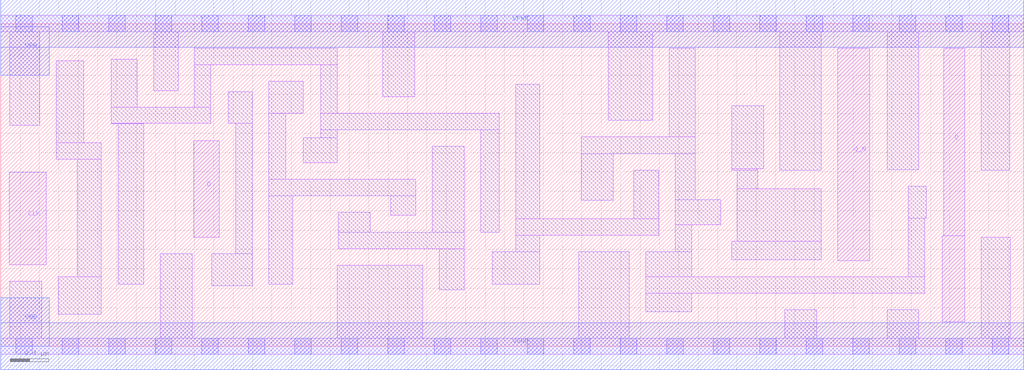
<source format=lef>
# Copyright 2020 The SkyWater PDK Authors
#
# Licensed under the Apache License, Version 2.0 (the "License");
# you may not use this file except in compliance with the License.
# You may obtain a copy of the License at
#
#     https://www.apache.org/licenses/LICENSE-2.0
#
# Unless required by applicable law or agreed to in writing, software
# distributed under the License is distributed on an "AS IS" BASIS,
# WITHOUT WARRANTIES OR CONDITIONS OF ANY KIND, either express or implied.
# See the License for the specific language governing permissions and
# limitations under the License.
#
# SPDX-License-Identifier: Apache-2.0

VERSION 5.5 ;
NAMESCASESENSITIVE ON ;
BUSBITCHARS "[]" ;
DIVIDERCHAR "/" ;
MACRO sky130_fd_sc_lp__dfxbp_2
  CLASS CORE ;
  SOURCE USER ;
  ORIGIN  0.000000  0.000000 ;
  SIZE  10.56000 BY  3.330000 ;
  SYMMETRY X Y R90 ;
  SITE unit ;
  PIN D
    ANTENNAGATEAREA  0.126000 ;
    DIRECTION INPUT ;
    USE SIGNAL ;
    PORT
      LAYER li1 ;
        RECT 1.995000 1.125000 2.255000 2.120000 ;
    END
  END D
  PIN Q
    ANTENNADIFFAREA  0.588000 ;
    DIRECTION OUTPUT ;
    USE SIGNAL ;
    PORT
      LAYER li1 ;
        RECT 9.720000 0.255000 9.955000 1.140000 ;
        RECT 9.735000 1.140000 9.955000 3.075000 ;
    END
  END Q
  PIN Q_N
    ANTENNADIFFAREA  0.588000 ;
    DIRECTION OUTPUT ;
    USE SIGNAL ;
    PORT
      LAYER li1 ;
        RECT 8.640000 0.885000 8.970000 3.075000 ;
    END
  END Q_N
  PIN CLK
    ANTENNAGATEAREA  0.159000 ;
    DIRECTION INPUT ;
    USE CLOCK ;
    PORT
      LAYER li1 ;
        RECT 0.090000 0.840000 0.470000 1.795000 ;
    END
  END CLK
  PIN VGND
    DIRECTION INOUT ;
    USE GROUND ;
    PORT
      LAYER met1 ;
        RECT 0.000000 -0.245000 10.560000 0.245000 ;
    END
  END VGND
  PIN VNB
    DIRECTION INOUT ;
    USE GROUND ;
    PORT
      LAYER met1 ;
        RECT 0.000000 0.000000 0.500000 0.500000 ;
    END
  END VNB
  PIN VPB
    DIRECTION INOUT ;
    USE POWER ;
    PORT
      LAYER met1 ;
        RECT 0.000000 2.800000 0.500000 3.300000 ;
    END
  END VPB
  PIN VPWR
    DIRECTION INOUT ;
    USE POWER ;
    PORT
      LAYER met1 ;
        RECT 0.000000 3.085000 10.560000 3.575000 ;
    END
  END VPWR
  OBS
    LAYER li1 ;
      RECT  0.000000 -0.085000 10.560000 0.085000 ;
      RECT  0.000000  3.245000 10.560000 3.415000 ;
      RECT  0.095000  0.085000  0.425000 0.670000 ;
      RECT  0.095000  2.280000  0.405000 3.245000 ;
      RECT  0.575000  1.930000  1.040000 2.100000 ;
      RECT  0.575000  2.100000  0.855000 2.950000 ;
      RECT  0.595000  0.330000  1.040000 0.720000 ;
      RECT  0.790000  0.720000  1.040000 1.930000 ;
      RECT  1.140000  2.295000  1.475000 2.300000 ;
      RECT  1.140000  2.300000  2.170000 2.470000 ;
      RECT  1.140000  2.470000  1.410000 2.965000 ;
      RECT  1.215000  0.640000  1.475000 2.295000 ;
      RECT  1.580000  2.640000  1.830000 3.245000 ;
      RECT  1.645000  0.085000  1.975000 0.955000 ;
      RECT  2.000000  2.470000  2.170000 2.905000 ;
      RECT  2.000000  2.905000  3.475000 3.075000 ;
      RECT  2.180000  0.625000  2.595000 0.955000 ;
      RECT  2.350000  2.300000  2.595000 2.630000 ;
      RECT  2.425000  0.955000  2.595000 2.300000 ;
      RECT  2.765000  0.640000  3.015000 1.555000 ;
      RECT  2.765000  1.555000  4.285000 1.725000 ;
      RECT  2.765000  1.725000  2.945000 2.405000 ;
      RECT  2.765000  2.405000  3.125000 2.735000 ;
      RECT  3.125000  1.895000  3.475000 2.155000 ;
      RECT  3.305000  2.155000  3.475000 2.235000 ;
      RECT  3.305000  2.235000  5.145000 2.405000 ;
      RECT  3.305000  2.405000  3.475000 2.905000 ;
      RECT  3.475000  0.085000  4.355000 0.835000 ;
      RECT  3.485000  1.005000  4.785000 1.175000 ;
      RECT  3.485000  1.175000  3.815000 1.385000 ;
      RECT  3.945000  2.575000  4.275000 3.245000 ;
      RECT  4.025000  1.355000  4.285000 1.555000 ;
      RECT  4.455000  1.175000  4.785000 2.065000 ;
      RECT  4.525000  0.585000  4.785000 1.005000 ;
      RECT  4.955000  1.175000  5.145000 2.235000 ;
      RECT  5.075000  0.640000  5.565000 0.975000 ;
      RECT  5.315000  0.975000  5.565000 1.145000 ;
      RECT  5.315000  1.145000  6.795000 1.315000 ;
      RECT  5.315000  1.315000  5.565000 2.705000 ;
      RECT  5.970000  0.085000  6.490000 0.975000 ;
      RECT  5.995000  1.505000  6.325000 1.985000 ;
      RECT  5.995000  1.985000  7.170000 2.165000 ;
      RECT  6.270000  2.335000  6.730000 3.245000 ;
      RECT  6.535000  1.315000  6.795000 1.815000 ;
      RECT  6.660000  0.355000  7.135000 0.545000 ;
      RECT  6.660000  0.545000  9.540000 0.715000 ;
      RECT  6.660000  0.715000  7.135000 0.975000 ;
      RECT  6.900000  2.165000  7.170000 3.075000 ;
      RECT  6.965000  0.975000  7.135000 1.255000 ;
      RECT  6.965000  1.255000  7.435000 1.515000 ;
      RECT  6.965000  1.515000  7.170000 1.985000 ;
      RECT  7.545000  0.895000  8.470000 1.085000 ;
      RECT  7.545000  1.815000  7.815000 1.830000 ;
      RECT  7.545000  1.830000  7.875000 2.485000 ;
      RECT  7.605000  1.085000  8.470000 1.625000 ;
      RECT  7.605000  1.625000  7.815000 1.815000 ;
      RECT  8.045000  1.815000  8.470000 3.245000 ;
      RECT  8.095000  0.085000  8.425000 0.375000 ;
      RECT  9.150000  0.085000  9.480000 0.375000 ;
      RECT  9.150000  1.820000  9.480000 3.245000 ;
      RECT  9.370000  0.715000  9.540000 1.320000 ;
      RECT  9.370000  1.320000  9.555000 1.650000 ;
      RECT 10.125000  0.085000 10.420000 1.125000 ;
      RECT 10.125000  1.815000 10.415000 3.245000 ;
    LAYER mcon ;
      RECT  0.155000 -0.085000  0.325000 0.085000 ;
      RECT  0.155000  3.245000  0.325000 3.415000 ;
      RECT  0.635000 -0.085000  0.805000 0.085000 ;
      RECT  0.635000  3.245000  0.805000 3.415000 ;
      RECT  1.115000 -0.085000  1.285000 0.085000 ;
      RECT  1.115000  3.245000  1.285000 3.415000 ;
      RECT  1.595000 -0.085000  1.765000 0.085000 ;
      RECT  1.595000  3.245000  1.765000 3.415000 ;
      RECT  2.075000 -0.085000  2.245000 0.085000 ;
      RECT  2.075000  3.245000  2.245000 3.415000 ;
      RECT  2.555000 -0.085000  2.725000 0.085000 ;
      RECT  2.555000  3.245000  2.725000 3.415000 ;
      RECT  3.035000 -0.085000  3.205000 0.085000 ;
      RECT  3.035000  3.245000  3.205000 3.415000 ;
      RECT  3.515000 -0.085000  3.685000 0.085000 ;
      RECT  3.515000  3.245000  3.685000 3.415000 ;
      RECT  3.995000 -0.085000  4.165000 0.085000 ;
      RECT  3.995000  3.245000  4.165000 3.415000 ;
      RECT  4.475000 -0.085000  4.645000 0.085000 ;
      RECT  4.475000  3.245000  4.645000 3.415000 ;
      RECT  4.955000 -0.085000  5.125000 0.085000 ;
      RECT  4.955000  3.245000  5.125000 3.415000 ;
      RECT  5.435000 -0.085000  5.605000 0.085000 ;
      RECT  5.435000  3.245000  5.605000 3.415000 ;
      RECT  5.915000 -0.085000  6.085000 0.085000 ;
      RECT  5.915000  3.245000  6.085000 3.415000 ;
      RECT  6.395000 -0.085000  6.565000 0.085000 ;
      RECT  6.395000  3.245000  6.565000 3.415000 ;
      RECT  6.875000 -0.085000  7.045000 0.085000 ;
      RECT  6.875000  3.245000  7.045000 3.415000 ;
      RECT  7.355000 -0.085000  7.525000 0.085000 ;
      RECT  7.355000  3.245000  7.525000 3.415000 ;
      RECT  7.835000 -0.085000  8.005000 0.085000 ;
      RECT  7.835000  3.245000  8.005000 3.415000 ;
      RECT  8.315000 -0.085000  8.485000 0.085000 ;
      RECT  8.315000  3.245000  8.485000 3.415000 ;
      RECT  8.795000 -0.085000  8.965000 0.085000 ;
      RECT  8.795000  3.245000  8.965000 3.415000 ;
      RECT  9.275000 -0.085000  9.445000 0.085000 ;
      RECT  9.275000  3.245000  9.445000 3.415000 ;
      RECT  9.755000 -0.085000  9.925000 0.085000 ;
      RECT  9.755000  3.245000  9.925000 3.415000 ;
      RECT 10.235000 -0.085000 10.405000 0.085000 ;
      RECT 10.235000  3.245000 10.405000 3.415000 ;
  END
END sky130_fd_sc_lp__dfxbp_2
END LIBRARY

</source>
